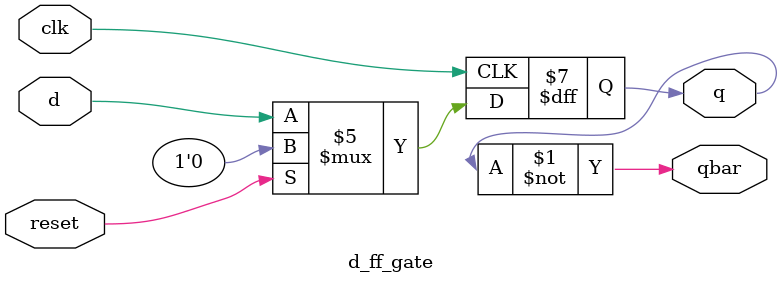
<source format=v>
`timescale 1ns / 1ps

module johnson_counter_gate(input clk, reset, output [3:0] q);
    wire [3:0] qbar;  
    d_ff_gate dff0 (.d(qbar[3]), .clk(clk), .reset(reset), .q(q[0]), .qbar(qbar[0]));
    d_ff_gate dff1 (.d(q[0]), .clk(clk), .reset(reset), .q(q[1]), .qbar(qbar[1]));
    d_ff_gate dff2 (.d(q[1]), .clk(clk), .reset(reset), .q(q[2]), .qbar(qbar[2]));
    d_ff_gate dff3 (.d(q[2]), .clk(clk), .reset(reset), .q(q[3]), .qbar(qbar[3]));

endmodule


module d_ff_gate(input d, clk, reset, output reg q, output qbar);
    assign qbar=~q;
    always @(posedge clk) begin
        if (reset==1)
            q<=0;
        else 
            q<=d;
    end 
endmodule

</source>
